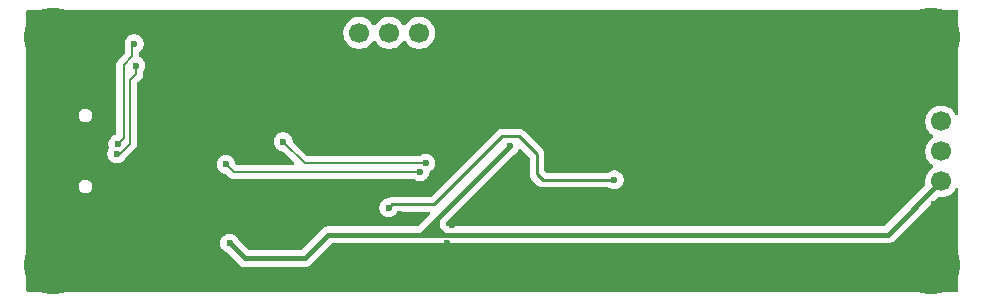
<source format=gbr>
%TF.GenerationSoftware,KiCad,Pcbnew,9.0.3*%
%TF.CreationDate,2025-11-24T21:16:14-05:00*%
%TF.ProjectId,RedPink_STM32C09_Board,52656450-696e-46b5-9f53-544d33324330,rev?*%
%TF.SameCoordinates,Original*%
%TF.FileFunction,Copper,L2,Bot*%
%TF.FilePolarity,Positive*%
%FSLAX46Y46*%
G04 Gerber Fmt 4.6, Leading zero omitted, Abs format (unit mm)*
G04 Created by KiCad (PCBNEW 9.0.3) date 2025-11-24 21:16:14*
%MOMM*%
%LPD*%
G01*
G04 APERTURE LIST*
%TA.AperFunction,ComponentPad*%
%ADD10C,5.000000*%
%TD*%
%TA.AperFunction,ComponentPad*%
%ADD11R,1.700000X1.700000*%
%TD*%
%TA.AperFunction,ComponentPad*%
%ADD12C,1.700000*%
%TD*%
%TA.AperFunction,ViaPad*%
%ADD13C,0.600000*%
%TD*%
%TA.AperFunction,Conductor*%
%ADD14C,0.450000*%
%TD*%
%TA.AperFunction,Conductor*%
%ADD15C,0.250000*%
%TD*%
%TA.AperFunction,Conductor*%
%ADD16C,0.200000*%
%TD*%
G04 APERTURE END LIST*
D10*
%TO.P,H4,1,1*%
%TO.N,VSS*%
X114575000Y-77175000D03*
%TD*%
D11*
%TO.P,J2,1,Pin_1*%
%TO.N,VSS*%
X137965000Y-57500000D03*
D12*
%TO.P,J2,2,Pin_2*%
%TO.N,SWCLK*%
X140505000Y-57500000D03*
%TO.P,J2,3,Pin_3*%
%TO.N,SWDIO*%
X143045000Y-57500000D03*
%TO.P,J2,4,Pin_4*%
%TO.N,3V3*%
X145585000Y-57500000D03*
%TD*%
D10*
%TO.P,H3,1,1*%
%TO.N,VSS*%
X114575000Y-57825000D03*
%TD*%
%TO.P,H2,1,1*%
%TO.N,VSS*%
X188925000Y-77175000D03*
%TD*%
D11*
%TO.P,J3,1,Pin_1*%
%TO.N,VSS*%
X189775000Y-72620000D03*
D12*
%TO.P,J3,2,Pin_2*%
%TO.N,5V*%
X189775000Y-70080000D03*
%TO.P,J3,3,Pin_3*%
%TO.N,CANL*%
X189775000Y-67540000D03*
%TO.P,J3,4,Pin_4*%
%TO.N,CANH*%
X189775000Y-65000000D03*
%TD*%
D10*
%TO.P,H1,1,1*%
%TO.N,VSS*%
X188925000Y-57825000D03*
%TD*%
D13*
%TO.N,VSS*%
X148756250Y-58175000D03*
X131706250Y-57475000D03*
X184856250Y-56725000D03*
X158737500Y-56725000D03*
X120318750Y-76375000D03*
X147925000Y-75325000D03*
X168656250Y-57450000D03*
X184106250Y-57450000D03*
X124162500Y-76375000D03*
X181800000Y-57450000D03*
X157218750Y-59000000D03*
X121087500Y-76375000D03*
X152600000Y-58175000D03*
X138431250Y-59818750D03*
X132475000Y-58200000D03*
X119568750Y-78650000D03*
X130168750Y-57475000D03*
X161043750Y-56725000D03*
X123400000Y-61925000D03*
X181800000Y-59000000D03*
X130168750Y-58200000D03*
X183337500Y-58175000D03*
X154137500Y-59000000D03*
X149525000Y-59000000D03*
X121106250Y-77100000D03*
X154118750Y-56725000D03*
X172500000Y-58175000D03*
X151831250Y-58175000D03*
X131687500Y-56750000D03*
X118800000Y-78650000D03*
X156450000Y-57450000D03*
X167100000Y-56725000D03*
X184106250Y-59000000D03*
X121025000Y-68950000D03*
X179775000Y-66250000D03*
X133225000Y-56750000D03*
X183337500Y-57450000D03*
X123393750Y-76375000D03*
X184087500Y-56725000D03*
X131706250Y-58200000D03*
X182568750Y-57450000D03*
X150293750Y-58175000D03*
X156450000Y-58175000D03*
X151043750Y-56725000D03*
X123200000Y-56700000D03*
X157218750Y-58175000D03*
X160293750Y-59000000D03*
X118031250Y-78650000D03*
X180243750Y-56725000D03*
X153350000Y-56725000D03*
X122643750Y-78650000D03*
X181800000Y-58175000D03*
X114050000Y-73725000D03*
X171712500Y-56725000D03*
X119568750Y-77825000D03*
X170193750Y-59000000D03*
X134012500Y-59025000D03*
X118031250Y-77825000D03*
X157987500Y-59000000D03*
X179493750Y-59000000D03*
X151831250Y-57450000D03*
X170943750Y-56725000D03*
X132456250Y-56750000D03*
X166706146Y-69880187D03*
X130937500Y-57475000D03*
X164025000Y-59500000D03*
X161062500Y-58175000D03*
X130918750Y-56750000D03*
X114050000Y-61000000D03*
X157987500Y-57450000D03*
X121875000Y-78650000D03*
X161812500Y-56725000D03*
X143925000Y-72825000D03*
X169425000Y-57450000D03*
X123412500Y-77100000D03*
X133243750Y-58200000D03*
X151062500Y-57450000D03*
X119500000Y-63750000D03*
X170175000Y-56725000D03*
X161831250Y-59000000D03*
X124181250Y-77100000D03*
X167118750Y-57450000D03*
X183337500Y-59000000D03*
X169425000Y-58175000D03*
X124181250Y-77825000D03*
X130937500Y-58200000D03*
X178725000Y-57450000D03*
X161831250Y-58175000D03*
X171731250Y-57450000D03*
X121856250Y-76375000D03*
X133993750Y-56750000D03*
X153368750Y-59000000D03*
X133675000Y-65400000D03*
X131706250Y-59025000D03*
X184875000Y-58175000D03*
X157987500Y-58175000D03*
X150293750Y-59000000D03*
X161062500Y-57450000D03*
X149506250Y-56725000D03*
X132475000Y-59025000D03*
X156431250Y-56725000D03*
X168656250Y-58175000D03*
X154525000Y-64500000D03*
X130150000Y-56750000D03*
X167118750Y-59000000D03*
X167868750Y-56725000D03*
X121106250Y-78650000D03*
X170962500Y-59000000D03*
X167887500Y-59000000D03*
X181781250Y-56725000D03*
X151812500Y-56725000D03*
X134012500Y-57475000D03*
X150293750Y-57450000D03*
X159525000Y-58175000D03*
X159506250Y-56725000D03*
X118781250Y-76375000D03*
X167887500Y-58175000D03*
X119650000Y-71475000D03*
X133243750Y-59025000D03*
X180262500Y-57450000D03*
X166350000Y-57450000D03*
X148756250Y-59000000D03*
X123412500Y-78650000D03*
X178706250Y-56725000D03*
X168656250Y-59000000D03*
X159525000Y-57450000D03*
X132475000Y-57475000D03*
X184106250Y-58175000D03*
X151831250Y-59000000D03*
X170962500Y-58175000D03*
X169406250Y-56725000D03*
X130168750Y-59025000D03*
X150275000Y-56725000D03*
X181012500Y-56725000D03*
X119568750Y-77100000D03*
X118000000Y-73775000D03*
X154906250Y-59000000D03*
X125312500Y-66562500D03*
X118800000Y-77825000D03*
X157218750Y-57450000D03*
X157200000Y-56725000D03*
X182568750Y-59000000D03*
X152600000Y-57450000D03*
X149525000Y-57450000D03*
X120337500Y-77100000D03*
X118031250Y-77100000D03*
X154137500Y-57450000D03*
X168637500Y-56725000D03*
X134025000Y-74975000D03*
X123412500Y-77825000D03*
X148737500Y-56725000D03*
X179493750Y-57450000D03*
X140725000Y-76250000D03*
X155681250Y-58175000D03*
X183318750Y-56725000D03*
X154137500Y-58175000D03*
X178725000Y-58175000D03*
X166350000Y-58175000D03*
X148400000Y-73800000D03*
X127275000Y-75175000D03*
X154906250Y-57450000D03*
X155681250Y-57450000D03*
X167118750Y-58175000D03*
X170962500Y-57450000D03*
X124181250Y-78650000D03*
X122643750Y-77825000D03*
X121106250Y-77825000D03*
X122643750Y-77100000D03*
X153368750Y-57450000D03*
X160293750Y-57450000D03*
X117975000Y-60925000D03*
X122625000Y-76375000D03*
X160293750Y-58175000D03*
X182568750Y-58175000D03*
X159525000Y-59000000D03*
X180262500Y-58175000D03*
X180262500Y-59000000D03*
X120337500Y-78650000D03*
X152600000Y-59000000D03*
X182550000Y-56725000D03*
X167887500Y-57450000D03*
X184875000Y-57450000D03*
X133243750Y-57475000D03*
X179475000Y-56725000D03*
X181031250Y-58175000D03*
X170193750Y-58175000D03*
X148756250Y-57450000D03*
X155681250Y-59000000D03*
X151062500Y-59000000D03*
X154906250Y-58175000D03*
X172500000Y-59000000D03*
X155662500Y-56725000D03*
X171731250Y-59000000D03*
X119550000Y-76375000D03*
X149525000Y-58175000D03*
X178725000Y-59000000D03*
X156275000Y-64500000D03*
X158756250Y-57450000D03*
X172500000Y-57450000D03*
X158756250Y-58175000D03*
X158756250Y-59000000D03*
X179493750Y-58175000D03*
X121875000Y-77100000D03*
X171731250Y-58175000D03*
X160275000Y-56725000D03*
X130937500Y-59025000D03*
X157968750Y-56725000D03*
X153368750Y-58175000D03*
X166350000Y-59000000D03*
X152581250Y-56725000D03*
X161062500Y-59000000D03*
X118012500Y-76375000D03*
X184875000Y-59000000D03*
X121875000Y-77825000D03*
X154887500Y-56725000D03*
X181031250Y-57450000D03*
X170193750Y-57450000D03*
X120337500Y-77825000D03*
X172481250Y-56725000D03*
X140000000Y-75550000D03*
X134012500Y-58200000D03*
X151062500Y-58175000D03*
X181031250Y-59000000D03*
X169425000Y-59000000D03*
X166331250Y-56725000D03*
X161831250Y-57450000D03*
X156450000Y-59000000D03*
X118800000Y-77100000D03*
%TO.N,5V*%
X153261510Y-67102518D03*
X129525000Y-75300000D03*
%TO.N,3V3*%
X143000000Y-72300000D03*
X162100000Y-69950000D03*
%TO.N,D+1*%
X120075000Y-66875000D03*
X121450000Y-58425000D03*
%TO.N,D-1*%
X119975000Y-67750000D03*
X121600000Y-60275000D03*
%TO.N,TXD*%
X129225000Y-68625000D03*
X145650000Y-69275000D03*
%TO.N,RXD*%
X146150000Y-68525000D03*
X134062500Y-66712500D03*
%TD*%
D14*
%TO.N,5V*%
X135900000Y-76600000D02*
X137900000Y-74600000D01*
X130825000Y-76600000D02*
X135900000Y-76600000D01*
X146607014Y-73757014D02*
X147194514Y-73169514D01*
X145764028Y-74600000D02*
X147100000Y-74600000D01*
X147000000Y-74225000D02*
X146225000Y-74225000D01*
X146607014Y-73832014D02*
X146607014Y-73757014D01*
X185255000Y-74600000D02*
X189775000Y-70080000D01*
X137900000Y-74600000D02*
X145764028Y-74600000D01*
X147000000Y-74225000D02*
X146607014Y-73832014D01*
X147100000Y-74600000D02*
X147850000Y-74600000D01*
X147100000Y-74050000D02*
X147650000Y-74600000D01*
X146225000Y-74225000D02*
X146182014Y-74182014D01*
X129525000Y-75300000D02*
X130825000Y-76600000D01*
X147100000Y-74600000D02*
X147100000Y-74325000D01*
X147850000Y-74600000D02*
X185255000Y-74600000D01*
X147100000Y-73264028D02*
X147194514Y-73169514D01*
X145764028Y-74600000D02*
X146182014Y-74182014D01*
X147100000Y-74050000D02*
X147100000Y-73264028D01*
X146182014Y-74182014D02*
X146607014Y-73757014D01*
X147650000Y-74600000D02*
X147850000Y-74600000D01*
X147100000Y-74325000D02*
X147100000Y-74050000D01*
X147194514Y-73169514D02*
X153261510Y-67102518D01*
X147100000Y-74325000D02*
X147000000Y-74225000D01*
D15*
%TO.N,3V3*%
X143300000Y-72000000D02*
X146850000Y-72000000D01*
X156100000Y-69950000D02*
X162100000Y-69950000D01*
X146850000Y-72000000D02*
X152625000Y-66225000D01*
X155550000Y-69450000D02*
X156050000Y-69950000D01*
X154000000Y-66225000D02*
X155550000Y-67775000D01*
X152625000Y-66225000D02*
X154000000Y-66225000D01*
X143000000Y-72300000D02*
X143300000Y-72000000D01*
X156050000Y-69950000D02*
X156100000Y-69950000D01*
X155550000Y-67775000D02*
X155550000Y-69450000D01*
D16*
%TO.N,D+1*%
X121300000Y-59462500D02*
X120550000Y-60212500D01*
X120550000Y-66400000D02*
X120075000Y-66875000D01*
X121300000Y-58575000D02*
X121300000Y-59462500D01*
X121450000Y-58425000D02*
X121300000Y-58575000D01*
X120550000Y-60212500D02*
X120550000Y-66400000D01*
%TO.N,D-1*%
X120225000Y-67750000D02*
X119975000Y-67750000D01*
X121600000Y-60962500D02*
X121100000Y-61462500D01*
X121600000Y-60275000D02*
X121600000Y-60962500D01*
X121100000Y-61462500D02*
X121100000Y-66875000D01*
X121100000Y-66875000D02*
X120225000Y-67750000D01*
%TO.N,TXD*%
X145650000Y-69275000D02*
X129875000Y-69275000D01*
X129875000Y-69275000D02*
X129225000Y-68625000D01*
X129225000Y-68625000D02*
X129175000Y-68575000D01*
%TO.N,RXD*%
X135875000Y-68525000D02*
X134062500Y-66712500D01*
X146150000Y-68525000D02*
X135875000Y-68525000D01*
X134062500Y-66712500D02*
X134050000Y-66700000D01*
%TD*%
%TA.AperFunction,Conductor*%
%TO.N,VSS*%
G36*
X191167539Y-55570185D02*
G01*
X191213294Y-55622989D01*
X191224500Y-55674500D01*
X191224500Y-64353575D01*
X191204815Y-64420614D01*
X191152011Y-64466369D01*
X191082853Y-64476313D01*
X191019297Y-64447288D01*
X190990015Y-64409870D01*
X190961331Y-64353575D01*
X190930051Y-64292184D01*
X190919646Y-64277863D01*
X190805109Y-64120213D01*
X190654786Y-63969890D01*
X190482820Y-63844951D01*
X190293414Y-63748444D01*
X190293413Y-63748443D01*
X190293412Y-63748443D01*
X190091243Y-63682754D01*
X190091241Y-63682753D01*
X190091240Y-63682753D01*
X189929957Y-63657208D01*
X189881287Y-63649500D01*
X189668713Y-63649500D01*
X189620042Y-63657208D01*
X189458760Y-63682753D01*
X189256585Y-63748444D01*
X189067179Y-63844951D01*
X188895213Y-63969890D01*
X188744890Y-64120213D01*
X188619951Y-64292179D01*
X188523444Y-64481585D01*
X188457753Y-64683760D01*
X188424500Y-64893713D01*
X188424500Y-65106286D01*
X188457753Y-65316239D01*
X188523444Y-65518414D01*
X188619951Y-65707820D01*
X188744890Y-65879786D01*
X188895213Y-66030109D01*
X189067182Y-66155050D01*
X189075946Y-66159516D01*
X189126742Y-66207491D01*
X189143536Y-66275312D01*
X189120998Y-66341447D01*
X189075946Y-66380484D01*
X189067182Y-66384949D01*
X188895213Y-66509890D01*
X188744890Y-66660213D01*
X188619951Y-66832179D01*
X188523444Y-67021585D01*
X188457753Y-67223760D01*
X188426373Y-67421890D01*
X188424500Y-67433713D01*
X188424500Y-67646287D01*
X188428439Y-67671158D01*
X188457598Y-67855263D01*
X188457754Y-67856243D01*
X188515540Y-68034090D01*
X188523444Y-68058414D01*
X188619951Y-68247820D01*
X188744890Y-68419786D01*
X188895213Y-68570109D01*
X189067182Y-68695050D01*
X189075946Y-68699516D01*
X189126742Y-68747491D01*
X189143536Y-68815312D01*
X189120998Y-68881447D01*
X189075946Y-68920484D01*
X189067182Y-68924949D01*
X188895213Y-69049890D01*
X188744890Y-69200213D01*
X188619951Y-69372179D01*
X188523444Y-69561585D01*
X188457753Y-69763760D01*
X188424500Y-69973713D01*
X188424500Y-70186292D01*
X188444450Y-70312249D01*
X188435496Y-70381542D01*
X188409658Y-70419328D01*
X184990807Y-73838181D01*
X184929484Y-73871666D01*
X184903126Y-73874500D01*
X148001874Y-73874500D01*
X147972433Y-73865855D01*
X147942447Y-73859332D01*
X147937431Y-73855577D01*
X147934835Y-73854815D01*
X147914193Y-73838181D01*
X147861819Y-73785807D01*
X147828334Y-73724484D01*
X147825500Y-73698126D01*
X147825500Y-73615901D01*
X147845185Y-73548862D01*
X147861814Y-73528225D01*
X153516451Y-67873587D01*
X153556673Y-67846711D01*
X153640689Y-67811912D01*
X153771799Y-67724307D01*
X153883299Y-67612807D01*
X153883301Y-67612805D01*
X153970900Y-67481703D01*
X153970900Y-67481702D01*
X153970904Y-67481697D01*
X154017396Y-67369452D01*
X154061235Y-67315053D01*
X154127529Y-67292987D01*
X154195228Y-67310266D01*
X154219637Y-67329227D01*
X154888181Y-67997771D01*
X154921666Y-68059094D01*
X154924500Y-68085452D01*
X154924500Y-69511606D01*
X154948537Y-69632452D01*
X154948538Y-69632455D01*
X154948539Y-69632460D01*
X154951797Y-69640324D01*
X154951803Y-69640336D01*
X154953203Y-69643716D01*
X154995688Y-69746286D01*
X155018400Y-69780276D01*
X155023139Y-69787369D01*
X155023140Y-69787370D01*
X155064141Y-69848732D01*
X155064144Y-69848736D01*
X155155586Y-69940178D01*
X155155608Y-69940198D01*
X155561016Y-70345606D01*
X155561045Y-70345637D01*
X155651264Y-70435856D01*
X155687829Y-70460288D01*
X155687831Y-70460289D01*
X155753715Y-70504312D01*
X155807198Y-70526465D01*
X155867548Y-70551463D01*
X155927971Y-70563481D01*
X155988393Y-70575500D01*
X155988394Y-70575500D01*
X156038394Y-70575500D01*
X161557650Y-70575500D01*
X161624689Y-70595185D01*
X161626541Y-70596398D01*
X161720821Y-70659394D01*
X161720823Y-70659395D01*
X161720827Y-70659397D01*
X161866498Y-70719735D01*
X161866503Y-70719737D01*
X162021153Y-70750499D01*
X162021156Y-70750500D01*
X162021158Y-70750500D01*
X162178844Y-70750500D01*
X162178845Y-70750499D01*
X162333497Y-70719737D01*
X162479179Y-70659394D01*
X162610289Y-70571789D01*
X162721789Y-70460289D01*
X162809394Y-70329179D01*
X162869737Y-70183497D01*
X162900500Y-70028842D01*
X162900500Y-69871158D01*
X162900500Y-69871155D01*
X162900499Y-69871153D01*
X162896039Y-69848732D01*
X162869737Y-69716503D01*
X162837794Y-69639385D01*
X162809397Y-69570827D01*
X162809390Y-69570814D01*
X162721789Y-69439711D01*
X162721786Y-69439707D01*
X162610292Y-69328213D01*
X162610288Y-69328210D01*
X162479185Y-69240609D01*
X162479172Y-69240602D01*
X162333501Y-69180264D01*
X162333489Y-69180261D01*
X162178845Y-69149500D01*
X162178842Y-69149500D01*
X162021158Y-69149500D01*
X162021155Y-69149500D01*
X161866510Y-69180261D01*
X161866498Y-69180264D01*
X161720827Y-69240602D01*
X161720815Y-69240609D01*
X161626541Y-69303602D01*
X161559864Y-69324480D01*
X161557650Y-69324500D01*
X156360452Y-69324500D01*
X156331011Y-69315855D01*
X156301025Y-69309332D01*
X156296009Y-69305577D01*
X156293413Y-69304815D01*
X156272771Y-69288181D01*
X156211819Y-69227229D01*
X156178334Y-69165906D01*
X156175500Y-69139548D01*
X156175500Y-67713394D01*
X156170037Y-67685933D01*
X156170036Y-67685928D01*
X156155493Y-67612807D01*
X156151463Y-67592548D01*
X156123691Y-67525500D01*
X156104312Y-67478714D01*
X156066345Y-67421894D01*
X156035858Y-67376267D01*
X156035856Y-67376264D01*
X155945637Y-67286045D01*
X155945606Y-67286016D01*
X154493150Y-65833560D01*
X154485860Y-65826270D01*
X154485858Y-65826267D01*
X154398733Y-65739142D01*
X154347509Y-65704915D01*
X154296286Y-65670688D01*
X154296283Y-65670686D01*
X154296280Y-65670685D01*
X154222603Y-65640168D01*
X154222601Y-65640167D01*
X154215792Y-65637347D01*
X154182452Y-65623537D01*
X154122029Y-65611518D01*
X154117306Y-65610578D01*
X154117304Y-65610578D01*
X154061610Y-65599500D01*
X154061607Y-65599500D01*
X154061606Y-65599500D01*
X152686606Y-65599500D01*
X152563393Y-65599500D01*
X152563389Y-65599500D01*
X152507697Y-65610578D01*
X152502971Y-65611518D01*
X152459743Y-65620116D01*
X152442546Y-65623537D01*
X152328716Y-65670687D01*
X152328707Y-65670692D01*
X152226268Y-65739140D01*
X152182705Y-65782703D01*
X152139142Y-65826267D01*
X152139139Y-65826270D01*
X149371576Y-68593834D01*
X146627229Y-71338181D01*
X146565906Y-71371666D01*
X146539548Y-71374500D01*
X143238389Y-71374500D01*
X143177971Y-71386518D01*
X143140259Y-71394019D01*
X143117550Y-71398536D01*
X143117548Y-71398537D01*
X143084207Y-71412347D01*
X143003719Y-71445684D01*
X143003707Y-71445691D01*
X142952489Y-71479915D01*
X142952483Y-71479919D01*
X142944538Y-71485227D01*
X142899845Y-71503738D01*
X142766508Y-71530261D01*
X142766498Y-71530264D01*
X142620827Y-71590602D01*
X142620814Y-71590609D01*
X142489711Y-71678210D01*
X142489707Y-71678213D01*
X142378213Y-71789707D01*
X142378210Y-71789711D01*
X142290609Y-71920814D01*
X142290602Y-71920827D01*
X142230264Y-72066498D01*
X142230261Y-72066510D01*
X142199500Y-72221153D01*
X142199500Y-72378846D01*
X142230261Y-72533489D01*
X142230264Y-72533501D01*
X142290602Y-72679172D01*
X142290609Y-72679185D01*
X142378210Y-72810288D01*
X142378213Y-72810292D01*
X142489707Y-72921786D01*
X142489711Y-72921789D01*
X142620814Y-73009390D01*
X142620827Y-73009397D01*
X142766498Y-73069735D01*
X142766503Y-73069737D01*
X142921153Y-73100499D01*
X142921156Y-73100500D01*
X142921158Y-73100500D01*
X143078844Y-73100500D01*
X143078845Y-73100499D01*
X143233497Y-73069737D01*
X143379179Y-73009394D01*
X143510289Y-72921789D01*
X143621789Y-72810289D01*
X143708439Y-72680609D01*
X143762051Y-72635804D01*
X143811541Y-72625500D01*
X146413154Y-72625500D01*
X146480193Y-72645185D01*
X146525948Y-72697989D01*
X146535892Y-72767147D01*
X146506867Y-72830703D01*
X146500835Y-72837181D01*
X146043480Y-73294536D01*
X145702093Y-73635922D01*
X145702092Y-73635923D01*
X145499835Y-73838181D01*
X145438512Y-73871666D01*
X145412154Y-73874500D01*
X137828543Y-73874500D01*
X137688385Y-73902379D01*
X137688379Y-73902381D01*
X137556348Y-73957070D01*
X137437517Y-74036469D01*
X137437516Y-74036470D01*
X135635807Y-75838181D01*
X135574484Y-75871666D01*
X135548126Y-75874500D01*
X131176874Y-75874500D01*
X131109835Y-75854815D01*
X131089193Y-75838181D01*
X130296071Y-75045059D01*
X130269191Y-75004830D01*
X130234396Y-74920827D01*
X130234394Y-74920821D01*
X130234392Y-74920819D01*
X130234392Y-74920817D01*
X130146789Y-74789711D01*
X130146786Y-74789707D01*
X130035292Y-74678213D01*
X130035288Y-74678210D01*
X129904185Y-74590609D01*
X129904172Y-74590602D01*
X129758501Y-74530264D01*
X129758489Y-74530261D01*
X129603845Y-74499500D01*
X129603842Y-74499500D01*
X129446158Y-74499500D01*
X129446155Y-74499500D01*
X129291510Y-74530261D01*
X129291498Y-74530264D01*
X129145827Y-74590602D01*
X129145814Y-74590609D01*
X129014711Y-74678210D01*
X129014707Y-74678213D01*
X128903213Y-74789707D01*
X128903210Y-74789711D01*
X128815609Y-74920814D01*
X128815602Y-74920827D01*
X128755264Y-75066498D01*
X128755261Y-75066510D01*
X128724500Y-75221153D01*
X128724500Y-75378846D01*
X128755261Y-75533489D01*
X128755264Y-75533501D01*
X128815602Y-75679172D01*
X128815609Y-75679185D01*
X128903210Y-75810288D01*
X128903213Y-75810292D01*
X129014707Y-75921786D01*
X129014711Y-75921789D01*
X129145817Y-76009392D01*
X129145819Y-76009392D01*
X129145821Y-76009394D01*
X129229830Y-76044191D01*
X129270059Y-76071071D01*
X130362515Y-77163528D01*
X130362522Y-77163534D01*
X130481344Y-77242928D01*
X130520016Y-77258946D01*
X130613380Y-77297619D01*
X130613384Y-77297619D01*
X130613385Y-77297620D01*
X130753542Y-77325500D01*
X130753545Y-77325500D01*
X135971457Y-77325500D01*
X136065751Y-77306742D01*
X136111620Y-77297619D01*
X136243653Y-77242929D01*
X136362480Y-77163532D01*
X138164193Y-75361819D01*
X138225516Y-75328334D01*
X138251874Y-75325500D01*
X185326457Y-75325500D01*
X185420751Y-75306742D01*
X185466620Y-75297619D01*
X185598653Y-75242929D01*
X185631236Y-75221158D01*
X185717480Y-75163532D01*
X189435672Y-71445338D01*
X189496993Y-71411855D01*
X189542744Y-71410548D01*
X189668713Y-71430500D01*
X189668715Y-71430500D01*
X189881286Y-71430500D01*
X189881287Y-71430500D01*
X190091243Y-71397246D01*
X190293412Y-71331557D01*
X190482816Y-71235051D01*
X190504789Y-71219086D01*
X190654786Y-71110109D01*
X190654788Y-71110106D01*
X190654792Y-71110104D01*
X190805104Y-70959792D01*
X190805106Y-70959788D01*
X190805109Y-70959786D01*
X190930048Y-70787820D01*
X190930047Y-70787820D01*
X190930051Y-70787816D01*
X190990015Y-70670128D01*
X191037989Y-70619333D01*
X191105810Y-70602538D01*
X191171945Y-70625075D01*
X191215397Y-70679790D01*
X191224500Y-70726424D01*
X191224500Y-79325500D01*
X191204815Y-79392539D01*
X191152011Y-79438294D01*
X191100500Y-79449500D01*
X112449500Y-79449500D01*
X112382461Y-79429815D01*
X112336706Y-79377011D01*
X112325500Y-79325500D01*
X112325500Y-70424234D01*
X116762500Y-70424234D01*
X116762500Y-70575766D01*
X116774174Y-70619333D01*
X116801719Y-70722136D01*
X116839602Y-70787750D01*
X116877485Y-70853365D01*
X116984635Y-70960515D01*
X117115865Y-71036281D01*
X117262234Y-71075500D01*
X117262236Y-71075500D01*
X117413764Y-71075500D01*
X117413766Y-71075500D01*
X117560135Y-71036281D01*
X117691365Y-70960515D01*
X117798515Y-70853365D01*
X117874281Y-70722135D01*
X117913500Y-70575766D01*
X117913500Y-70424234D01*
X117874281Y-70277865D01*
X117798515Y-70146635D01*
X117691365Y-70039485D01*
X117625750Y-70001602D01*
X117560136Y-69963719D01*
X117472278Y-69940178D01*
X117413766Y-69924500D01*
X117262234Y-69924500D01*
X117115863Y-69963719D01*
X116984635Y-70039485D01*
X116984632Y-70039487D01*
X116877487Y-70146632D01*
X116877485Y-70146635D01*
X116801719Y-70277863D01*
X116782731Y-70348729D01*
X116762500Y-70424234D01*
X112325500Y-70424234D01*
X112325500Y-67671153D01*
X119174500Y-67671153D01*
X119174500Y-67828846D01*
X119205261Y-67983489D01*
X119205264Y-67983501D01*
X119265602Y-68129172D01*
X119265609Y-68129185D01*
X119353210Y-68260288D01*
X119353213Y-68260292D01*
X119464707Y-68371786D01*
X119464711Y-68371789D01*
X119595814Y-68459390D01*
X119595827Y-68459397D01*
X119741498Y-68519735D01*
X119741503Y-68519737D01*
X119896153Y-68550499D01*
X119896156Y-68550500D01*
X119896158Y-68550500D01*
X120053844Y-68550500D01*
X120053845Y-68550499D01*
X120075694Y-68546153D01*
X128424500Y-68546153D01*
X128424500Y-68703846D01*
X128455261Y-68858489D01*
X128455264Y-68858501D01*
X128515602Y-69004172D01*
X128515609Y-69004185D01*
X128603210Y-69135288D01*
X128603213Y-69135292D01*
X128714707Y-69246786D01*
X128714711Y-69246789D01*
X128845814Y-69334390D01*
X128845827Y-69334397D01*
X128991498Y-69394735D01*
X128991503Y-69394737D01*
X129056147Y-69407595D01*
X129146849Y-69425638D01*
X129208760Y-69458023D01*
X129210339Y-69459574D01*
X129390139Y-69639374D01*
X129390149Y-69639385D01*
X129394479Y-69643715D01*
X129394480Y-69643716D01*
X129506284Y-69755520D01*
X129593095Y-69805639D01*
X129593097Y-69805641D01*
X129631151Y-69827611D01*
X129643215Y-69834577D01*
X129795943Y-69875501D01*
X129795946Y-69875501D01*
X129961653Y-69875501D01*
X129961669Y-69875500D01*
X145070234Y-69875500D01*
X145137273Y-69895185D01*
X145139125Y-69896398D01*
X145270814Y-69984390D01*
X145270827Y-69984397D01*
X145378138Y-70028846D01*
X145416503Y-70044737D01*
X145571153Y-70075499D01*
X145571156Y-70075500D01*
X145571158Y-70075500D01*
X145728844Y-70075500D01*
X145728845Y-70075499D01*
X145883497Y-70044737D01*
X146029179Y-69984394D01*
X146160289Y-69896789D01*
X146271789Y-69785289D01*
X146359394Y-69654179D01*
X146419737Y-69508497D01*
X146450500Y-69353842D01*
X146450500Y-69349837D01*
X146451093Y-69347814D01*
X146451097Y-69347782D01*
X146451103Y-69347782D01*
X146470185Y-69282798D01*
X146522989Y-69237043D01*
X146526986Y-69235302D01*
X146529179Y-69234394D01*
X146660289Y-69146789D01*
X146771789Y-69035289D01*
X146859394Y-68904179D01*
X146919737Y-68758497D01*
X146950500Y-68603842D01*
X146950500Y-68446158D01*
X146950500Y-68446155D01*
X146950499Y-68446153D01*
X146919738Y-68291510D01*
X146919737Y-68291503D01*
X146906808Y-68260289D01*
X146859397Y-68145827D01*
X146859390Y-68145814D01*
X146771789Y-68014711D01*
X146771786Y-68014707D01*
X146660292Y-67903213D01*
X146660288Y-67903210D01*
X146529185Y-67815609D01*
X146529172Y-67815602D01*
X146383501Y-67755264D01*
X146383489Y-67755261D01*
X146228845Y-67724500D01*
X146228842Y-67724500D01*
X146071158Y-67724500D01*
X146071155Y-67724500D01*
X145916510Y-67755261D01*
X145916498Y-67755264D01*
X145770827Y-67815602D01*
X145770814Y-67815609D01*
X145639125Y-67903602D01*
X145572447Y-67924480D01*
X145570234Y-67924500D01*
X136175097Y-67924500D01*
X136108058Y-67904815D01*
X136087416Y-67888181D01*
X134897074Y-66697839D01*
X134863589Y-66636516D01*
X134863138Y-66634349D01*
X134838381Y-66509890D01*
X134832237Y-66479003D01*
X134793279Y-66384949D01*
X134771897Y-66333327D01*
X134771890Y-66333314D01*
X134684289Y-66202211D01*
X134684286Y-66202207D01*
X134572792Y-66090713D01*
X134572788Y-66090710D01*
X134441685Y-66003109D01*
X134441672Y-66003102D01*
X134296001Y-65942764D01*
X134295989Y-65942761D01*
X134141345Y-65912000D01*
X134141342Y-65912000D01*
X133983658Y-65912000D01*
X133983655Y-65912000D01*
X133829010Y-65942761D01*
X133828998Y-65942764D01*
X133683327Y-66003102D01*
X133683314Y-66003109D01*
X133552211Y-66090710D01*
X133552207Y-66090713D01*
X133440713Y-66202207D01*
X133440710Y-66202211D01*
X133353109Y-66333314D01*
X133353102Y-66333327D01*
X133292764Y-66478998D01*
X133292761Y-66479010D01*
X133262000Y-66633653D01*
X133262000Y-66791346D01*
X133292761Y-66945989D01*
X133292763Y-66945997D01*
X133353102Y-67091672D01*
X133353109Y-67091685D01*
X133440710Y-67222788D01*
X133440713Y-67222792D01*
X133552207Y-67334286D01*
X133552211Y-67334289D01*
X133683314Y-67421890D01*
X133683327Y-67421897D01*
X133827699Y-67481697D01*
X133829003Y-67482237D01*
X133893647Y-67495095D01*
X133984349Y-67513138D01*
X134046260Y-67545523D01*
X134047839Y-67547074D01*
X134963584Y-68462819D01*
X134997069Y-68524142D01*
X134992085Y-68593834D01*
X134950213Y-68649767D01*
X134884749Y-68674184D01*
X134875903Y-68674500D01*
X130175097Y-68674500D01*
X130145656Y-68665855D01*
X130115670Y-68659332D01*
X130110654Y-68655577D01*
X130108058Y-68654815D01*
X130087416Y-68638181D01*
X130059574Y-68610339D01*
X130026089Y-68549016D01*
X130025638Y-68546849D01*
X129994738Y-68391510D01*
X129994737Y-68391503D01*
X129940389Y-68260294D01*
X129934397Y-68245827D01*
X129934390Y-68245814D01*
X129846789Y-68114711D01*
X129846786Y-68114707D01*
X129735292Y-68003213D01*
X129735288Y-68003210D01*
X129604185Y-67915609D01*
X129604172Y-67915602D01*
X129458501Y-67855264D01*
X129458489Y-67855261D01*
X129303845Y-67824500D01*
X129303842Y-67824500D01*
X129146158Y-67824500D01*
X129146155Y-67824500D01*
X128991510Y-67855261D01*
X128991498Y-67855264D01*
X128845827Y-67915602D01*
X128845814Y-67915609D01*
X128714711Y-68003210D01*
X128714707Y-68003213D01*
X128603213Y-68114707D01*
X128603210Y-68114711D01*
X128515609Y-68245814D01*
X128515602Y-68245827D01*
X128455264Y-68391498D01*
X128455261Y-68391510D01*
X128424500Y-68546153D01*
X120075694Y-68546153D01*
X120208497Y-68519737D01*
X120354179Y-68459394D01*
X120354185Y-68459390D01*
X120387749Y-68436964D01*
X120455792Y-68391498D01*
X120485289Y-68371789D01*
X120596789Y-68260289D01*
X120646144Y-68186424D01*
X120656138Y-68171467D01*
X120671557Y-68152678D01*
X120678421Y-68145814D01*
X120705520Y-68118716D01*
X120705521Y-68118713D01*
X121458506Y-67365728D01*
X121458511Y-67365724D01*
X121468714Y-67355520D01*
X121468716Y-67355520D01*
X121580520Y-67243716D01*
X121634915Y-67149500D01*
X121659577Y-67106785D01*
X121700501Y-66954057D01*
X121700501Y-66795943D01*
X121700501Y-66788348D01*
X121700500Y-66788330D01*
X121700500Y-61762597D01*
X121720185Y-61695558D01*
X121736819Y-61674916D01*
X122080520Y-61331216D01*
X122159577Y-61194284D01*
X122200501Y-61041557D01*
X122200501Y-60883442D01*
X122200501Y-60875847D01*
X122200500Y-60875829D01*
X122200500Y-60854765D01*
X122220185Y-60787726D01*
X122221398Y-60785874D01*
X122309390Y-60654185D01*
X122309390Y-60654184D01*
X122309394Y-60654179D01*
X122369737Y-60508497D01*
X122400500Y-60353842D01*
X122400500Y-60196158D01*
X122400500Y-60196155D01*
X122400499Y-60196153D01*
X122369737Y-60041503D01*
X122344557Y-59980713D01*
X122309397Y-59895827D01*
X122309390Y-59895814D01*
X122221789Y-59764711D01*
X122221786Y-59764707D01*
X122110292Y-59653213D01*
X122110288Y-59653210D01*
X121979185Y-59565609D01*
X121979169Y-59565601D01*
X121977038Y-59564718D01*
X121976094Y-59563957D01*
X121973809Y-59562736D01*
X121974040Y-59562302D01*
X121922638Y-59520873D01*
X121900579Y-59454577D01*
X121900500Y-59450161D01*
X121900500Y-59153017D01*
X121920185Y-59085978D01*
X121955612Y-59049913D01*
X121960289Y-59046789D01*
X122071789Y-58935289D01*
X122159394Y-58804179D01*
X122219737Y-58658497D01*
X122250500Y-58503842D01*
X122250500Y-58346158D01*
X122250500Y-58346155D01*
X122250499Y-58346153D01*
X122219737Y-58191503D01*
X122219735Y-58191498D01*
X122159397Y-58045827D01*
X122159390Y-58045814D01*
X122071789Y-57914711D01*
X122071786Y-57914707D01*
X121960292Y-57803213D01*
X121960288Y-57803210D01*
X121829185Y-57715609D01*
X121829172Y-57715602D01*
X121683501Y-57655264D01*
X121683489Y-57655261D01*
X121528845Y-57624500D01*
X121528842Y-57624500D01*
X121371158Y-57624500D01*
X121371155Y-57624500D01*
X121216510Y-57655261D01*
X121216498Y-57655264D01*
X121070827Y-57715602D01*
X121070814Y-57715609D01*
X120939711Y-57803210D01*
X120939707Y-57803213D01*
X120828213Y-57914707D01*
X120828210Y-57914711D01*
X120740609Y-58045814D01*
X120740602Y-58045827D01*
X120680264Y-58191498D01*
X120680261Y-58191510D01*
X120649500Y-58346153D01*
X120649500Y-58503846D01*
X120680261Y-58658489D01*
X120680263Y-58658497D01*
X120690061Y-58682151D01*
X120699500Y-58729604D01*
X120699500Y-59162402D01*
X120679815Y-59229441D01*
X120663181Y-59250083D01*
X120183210Y-59730053D01*
X120183199Y-59730064D01*
X120181286Y-59731978D01*
X120181284Y-59731980D01*
X120069480Y-59843784D01*
X120059927Y-59860331D01*
X119990423Y-59980715D01*
X119949499Y-60133443D01*
X119949499Y-60133445D01*
X119949499Y-60301546D01*
X119949500Y-60301559D01*
X119949500Y-65982016D01*
X119929815Y-66049055D01*
X119877011Y-66094810D01*
X119849696Y-66103632D01*
X119841512Y-66105260D01*
X119841500Y-66105263D01*
X119695827Y-66165602D01*
X119695814Y-66165609D01*
X119564711Y-66253210D01*
X119564707Y-66253213D01*
X119453213Y-66364707D01*
X119453210Y-66364711D01*
X119365609Y-66495814D01*
X119365602Y-66495827D01*
X119305264Y-66641498D01*
X119305261Y-66641510D01*
X119274500Y-66796153D01*
X119274500Y-66953846D01*
X119305261Y-67108489D01*
X119305263Y-67108497D01*
X119331799Y-67172560D01*
X119339268Y-67242030D01*
X119320341Y-67288903D01*
X119265608Y-67370816D01*
X119265602Y-67370827D01*
X119205264Y-67516498D01*
X119205261Y-67516510D01*
X119174500Y-67671153D01*
X112325500Y-67671153D01*
X112325500Y-64424234D01*
X116762500Y-64424234D01*
X116762500Y-64575765D01*
X116801719Y-64722136D01*
X116839602Y-64787750D01*
X116877485Y-64853365D01*
X116984635Y-64960515D01*
X117115865Y-65036281D01*
X117262234Y-65075500D01*
X117262236Y-65075500D01*
X117413764Y-65075500D01*
X117413766Y-65075500D01*
X117560135Y-65036281D01*
X117691365Y-64960515D01*
X117798515Y-64853365D01*
X117874281Y-64722135D01*
X117913500Y-64575766D01*
X117913500Y-64424234D01*
X117874281Y-64277865D01*
X117798515Y-64146635D01*
X117691365Y-64039485D01*
X117625750Y-64001602D01*
X117560136Y-63963719D01*
X117486950Y-63944109D01*
X117413766Y-63924500D01*
X117262234Y-63924500D01*
X117115863Y-63963719D01*
X116984635Y-64039485D01*
X116984632Y-64039487D01*
X116877487Y-64146632D01*
X116877485Y-64146635D01*
X116801719Y-64277863D01*
X116762500Y-64424234D01*
X112325500Y-64424234D01*
X112325500Y-57393713D01*
X139154500Y-57393713D01*
X139154500Y-57606286D01*
X139185689Y-57803210D01*
X139187754Y-57816243D01*
X139219748Y-57914711D01*
X139253444Y-58018414D01*
X139349951Y-58207820D01*
X139474890Y-58379786D01*
X139625213Y-58530109D01*
X139797179Y-58655048D01*
X139797181Y-58655049D01*
X139797184Y-58655051D01*
X139986588Y-58751557D01*
X140188757Y-58817246D01*
X140398713Y-58850500D01*
X140398714Y-58850500D01*
X140611286Y-58850500D01*
X140611287Y-58850500D01*
X140821243Y-58817246D01*
X141023412Y-58751557D01*
X141212816Y-58655051D01*
X141234789Y-58639086D01*
X141384786Y-58530109D01*
X141384788Y-58530106D01*
X141384792Y-58530104D01*
X141535104Y-58379792D01*
X141535106Y-58379788D01*
X141535109Y-58379786D01*
X141660048Y-58207820D01*
X141660047Y-58207820D01*
X141660051Y-58207816D01*
X141664514Y-58199054D01*
X141712488Y-58148259D01*
X141780308Y-58131463D01*
X141846444Y-58153999D01*
X141885486Y-58199056D01*
X141889951Y-58207820D01*
X142014890Y-58379786D01*
X142165213Y-58530109D01*
X142337179Y-58655048D01*
X142337181Y-58655049D01*
X142337184Y-58655051D01*
X142526588Y-58751557D01*
X142728757Y-58817246D01*
X142938713Y-58850500D01*
X142938714Y-58850500D01*
X143151286Y-58850500D01*
X143151287Y-58850500D01*
X143361243Y-58817246D01*
X143563412Y-58751557D01*
X143752816Y-58655051D01*
X143774789Y-58639086D01*
X143924786Y-58530109D01*
X143924788Y-58530106D01*
X143924792Y-58530104D01*
X144075104Y-58379792D01*
X144075106Y-58379788D01*
X144075109Y-58379786D01*
X144200048Y-58207820D01*
X144200047Y-58207820D01*
X144200051Y-58207816D01*
X144204514Y-58199054D01*
X144252488Y-58148259D01*
X144320308Y-58131463D01*
X144386444Y-58153999D01*
X144425486Y-58199056D01*
X144429951Y-58207820D01*
X144554890Y-58379786D01*
X144705213Y-58530109D01*
X144877179Y-58655048D01*
X144877181Y-58655049D01*
X144877184Y-58655051D01*
X145066588Y-58751557D01*
X145268757Y-58817246D01*
X145478713Y-58850500D01*
X145478714Y-58850500D01*
X145691286Y-58850500D01*
X145691287Y-58850500D01*
X145901243Y-58817246D01*
X146103412Y-58751557D01*
X146292816Y-58655051D01*
X146314789Y-58639086D01*
X146464786Y-58530109D01*
X146464788Y-58530106D01*
X146464792Y-58530104D01*
X146615104Y-58379792D01*
X146615106Y-58379788D01*
X146615109Y-58379786D01*
X146740048Y-58207820D01*
X146740047Y-58207820D01*
X146740051Y-58207816D01*
X146836557Y-58018412D01*
X146902246Y-57816243D01*
X146935500Y-57606287D01*
X146935500Y-57393713D01*
X146902246Y-57183757D01*
X146836557Y-56981588D01*
X146740051Y-56792184D01*
X146740049Y-56792181D01*
X146740048Y-56792179D01*
X146615109Y-56620213D01*
X146464786Y-56469890D01*
X146292820Y-56344951D01*
X146103414Y-56248444D01*
X146103413Y-56248443D01*
X146103412Y-56248443D01*
X145901243Y-56182754D01*
X145901241Y-56182753D01*
X145901240Y-56182753D01*
X145739957Y-56157208D01*
X145691287Y-56149500D01*
X145478713Y-56149500D01*
X145430042Y-56157208D01*
X145268760Y-56182753D01*
X145066585Y-56248444D01*
X144877179Y-56344951D01*
X144705213Y-56469890D01*
X144554890Y-56620213D01*
X144429949Y-56792182D01*
X144425484Y-56800946D01*
X144377509Y-56851742D01*
X144309688Y-56868536D01*
X144243553Y-56845998D01*
X144204516Y-56800946D01*
X144200050Y-56792182D01*
X144075109Y-56620213D01*
X143924786Y-56469890D01*
X143752820Y-56344951D01*
X143563414Y-56248444D01*
X143563413Y-56248443D01*
X143563412Y-56248443D01*
X143361243Y-56182754D01*
X143361241Y-56182753D01*
X143361240Y-56182753D01*
X143199957Y-56157208D01*
X143151287Y-56149500D01*
X142938713Y-56149500D01*
X142890042Y-56157208D01*
X142728760Y-56182753D01*
X142526585Y-56248444D01*
X142337179Y-56344951D01*
X142165213Y-56469890D01*
X142014890Y-56620213D01*
X141889949Y-56792182D01*
X141885484Y-56800946D01*
X141837509Y-56851742D01*
X141769688Y-56868536D01*
X141703553Y-56845998D01*
X141664516Y-56800946D01*
X141660050Y-56792182D01*
X141535109Y-56620213D01*
X141384786Y-56469890D01*
X141212820Y-56344951D01*
X141023414Y-56248444D01*
X141023413Y-56248443D01*
X141023412Y-56248443D01*
X140821243Y-56182754D01*
X140821241Y-56182753D01*
X140821240Y-56182753D01*
X140659957Y-56157208D01*
X140611287Y-56149500D01*
X140398713Y-56149500D01*
X140350042Y-56157208D01*
X140188760Y-56182753D01*
X139986585Y-56248444D01*
X139797179Y-56344951D01*
X139625213Y-56469890D01*
X139474890Y-56620213D01*
X139349951Y-56792179D01*
X139253444Y-56981585D01*
X139187753Y-57183760D01*
X139154500Y-57393713D01*
X112325500Y-57393713D01*
X112325500Y-55674500D01*
X112345185Y-55607461D01*
X112397989Y-55561706D01*
X112449500Y-55550500D01*
X191100500Y-55550500D01*
X191167539Y-55570185D01*
G37*
%TD.AperFunction*%
%TD*%
M02*

</source>
